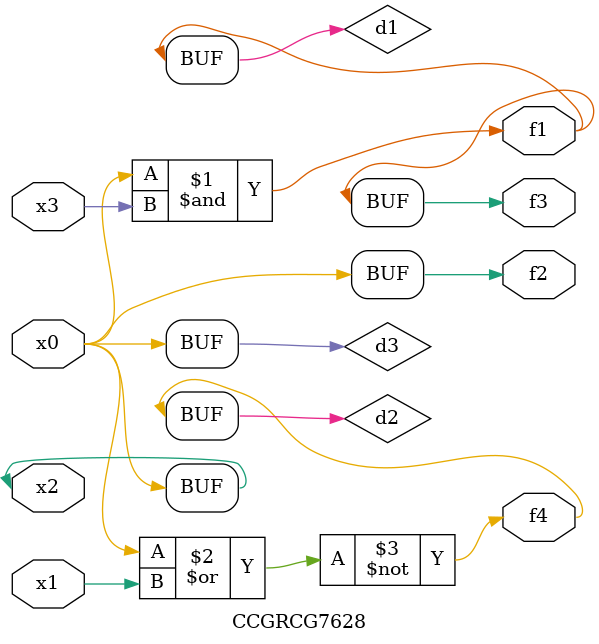
<source format=v>
module CCGRCG7628(
	input x0, x1, x2, x3,
	output f1, f2, f3, f4
);

	wire d1, d2, d3;

	and (d1, x2, x3);
	nor (d2, x0, x1);
	buf (d3, x0, x2);
	assign f1 = d1;
	assign f2 = d3;
	assign f3 = d1;
	assign f4 = d2;
endmodule

</source>
